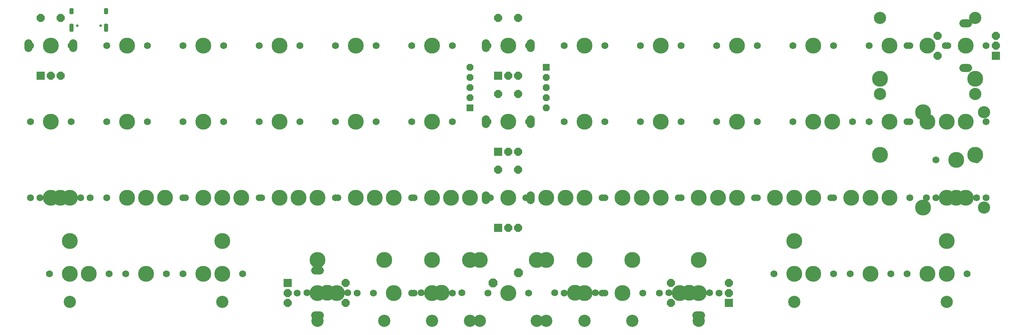
<source format=gbr>
%TF.GenerationSoftware,KiCad,Pcbnew,(7.0.0)*%
%TF.CreationDate,2023-11-20T17:19:35+01:00*%
%TF.ProjectId,alpha-curISO,616c7068-612d-4637-9572-49534f2e6b69,rev?*%
%TF.SameCoordinates,Original*%
%TF.FileFunction,Soldermask,Top*%
%TF.FilePolarity,Negative*%
%FSLAX46Y46*%
G04 Gerber Fmt 4.6, Leading zero omitted, Abs format (unit mm)*
G04 Created by KiCad (PCBNEW (7.0.0)) date 2023-11-20 17:19:35*
%MOMM*%
%LPD*%
G01*
G04 APERTURE LIST*
G04 Aperture macros list*
%AMFreePoly0*
4,1,14,0.985355,0.985355,1.000000,0.950000,1.000000,-0.950000,0.985355,-0.985355,0.950000,-1.000000,0.000000,-1.000000,-0.950000,-1.000000,-0.985355,-0.985355,-1.000000,-0.950000,-1.000000,0.950000,-0.985355,0.985355,-0.950000,1.000000,0.950000,1.000000,0.985355,0.985355,0.985355,0.985355,$1*%
%AMFreePoly1*
4,1,30,0.428858,0.985355,0.707104,0.707109,0.707107,0.707107,0.707109,0.707104,0.985356,0.428858,1.000000,0.393503,1.000000,-0.393503,0.985356,-0.428858,0.707109,-0.707104,0.707107,-0.707107,0.707104,-0.707109,0.428858,-0.985355,0.393503,-1.000000,0.000000,-1.000000,-0.393503,-1.000000,-0.428858,-0.985356,-0.707104,-0.707109,-0.707107,-0.707107,-0.707109,-0.707104,-0.985355,-0.428858,
-1.000000,-0.393503,-1.000000,0.393503,-0.985354,0.428858,-0.707111,0.707101,-0.707107,0.707107,-0.707101,0.707111,-0.428858,0.985356,-0.393503,1.000000,0.393503,1.000000,0.428858,0.985355,0.428858,0.985355,$1*%
%AMFreePoly2*
4,1,17,0.470280,1.085355,1.085355,0.470280,1.100000,0.434925,1.100000,-0.434925,1.085355,-0.470281,0.470280,-1.085355,0.434925,-1.100000,-0.434925,-1.100000,-0.470281,-1.085355,-1.085355,-0.470280,-1.100000,-0.434925,-1.100000,0.434925,-1.085355,0.470280,-0.470281,1.085355,-0.434925,1.100000,0.434925,1.100000,0.470280,1.085355,0.470280,1.085355,$1*%
%AMFreePoly3*
4,1,13,0.835355,0.835355,0.850000,0.800000,0.850000,-0.800000,0.835355,-0.835355,0.800000,-0.850000,-0.800000,-0.850000,-0.835355,-0.835355,-0.850000,-0.800000,-0.850000,0.800000,-0.835355,0.835355,-0.800000,0.850000,0.800000,0.850000,0.835355,0.835355,0.835355,0.835355,$1*%
%AMFreePoly4*
4,1,17,0.366726,0.835355,0.835355,0.366726,0.850000,0.331371,0.850000,-0.331371,0.835355,-0.366727,0.366726,-0.835355,0.331371,-0.850000,-0.331371,-0.850000,-0.366727,-0.835355,-0.835355,-0.366726,-0.850000,-0.331371,-0.850000,0.331371,-0.835355,0.366726,-0.366727,0.835355,-0.331371,0.850000,0.331371,0.850000,0.366726,0.835355,0.366726,0.835355,$1*%
%AMFreePoly5*
4,1,17,0.307538,0.785355,0.485355,0.607538,0.500000,0.572183,0.500000,-0.572183,0.485355,-0.607538,0.307538,-0.785355,0.272183,-0.800000,-0.272183,-0.800000,-0.307538,-0.785355,-0.485355,-0.607538,-0.500000,-0.572183,-0.500000,0.572183,-0.485355,0.607538,-0.307538,0.785355,-0.272183,0.800000,0.272183,0.800000,0.307538,0.785355,0.307538,0.785355,$1*%
%AMFreePoly6*
4,1,17,0.307538,1.035355,0.485355,0.857538,0.500000,0.822183,0.500000,-0.822183,0.485355,-0.857538,0.307538,-1.035355,0.272183,-1.050000,-0.272183,-1.050000,-0.307538,-1.035354,-0.485355,-0.857538,-0.500000,-0.822183,-0.500000,0.822183,-0.485355,0.857538,-0.307538,1.035355,-0.272183,1.050000,0.272183,1.050000,0.307538,1.035355,0.307538,1.035355,$1*%
G04 Aperture macros list end*
%ADD10C,1.750000*%
%ADD11C,3.987800*%
%ADD12O,2.000000X3.200000*%
%ADD13FreePoly0,90.000000*%
%ADD14FreePoly1,90.000000*%
%ADD15C,3.048000*%
%ADD16O,3.200000X2.000000*%
%ADD17FreePoly0,180.000000*%
%ADD18FreePoly1,180.000000*%
%ADD19C,4.000000*%
%ADD20FreePoly2,0.000000*%
%ADD21FreePoly0,0.000000*%
%ADD22FreePoly1,0.000000*%
%ADD23FreePoly3,0.000000*%
%ADD24FreePoly4,0.000000*%
%ADD25C,0.650000*%
%ADD26FreePoly5,0.000000*%
%ADD27FreePoly6,0.000000*%
G04 APERTURE END LIST*
D10*
%TO.C,SW30(ortho)1*%
X85407500Y-96820487D03*
D11*
X90487500Y-96820487D03*
D10*
X95567500Y-96820487D03*
%TD*%
%TO.C,SW12*%
X237807500Y-58737500D03*
D11*
X242887500Y-58737500D03*
D10*
X247967500Y-58737500D03*
%TD*%
%TO.C,SW31(ortho)1*%
X104457500Y-96820487D03*
D11*
X109537500Y-96820487D03*
D10*
X114617500Y-96820487D03*
%TD*%
%TO.C,SW43(1.75)1*%
X125902566Y-120635521D03*
D11*
X130982566Y-120635521D03*
D10*
X136062566Y-120635521D03*
%TD*%
%TO.C,SW48*%
X233045000Y-115887500D03*
D11*
X238125000Y-115887500D03*
D10*
X243205000Y-115887500D03*
%TD*%
%TO.C,SW33(1.5stagger)1*%
X152082500Y-96820487D03*
D11*
X157162500Y-96820487D03*
D10*
X162242500Y-96820487D03*
%TD*%
D12*
%TO.C,SW_rotary3*%
X142037499Y-58737499D03*
X153237499Y-58737499D03*
D13*
X145137500Y-66237500D03*
D14*
X150137500Y-66237500D03*
X147637500Y-66237500D03*
X150137500Y-51737500D03*
X145137500Y-51737500D03*
%TD*%
D11*
%TO.C,SW42(3)1*%
X100012500Y-112395000D03*
D15*
X100012500Y-127635000D03*
D10*
X113982500Y-120650000D03*
D11*
X119062500Y-120650000D03*
D10*
X124142500Y-120650000D03*
D11*
X138112500Y-112395000D03*
D15*
X138112500Y-127635000D03*
%TD*%
D10*
%TO.C,SW32(ortho)1*%
X123507500Y-96820487D03*
D11*
X128587500Y-96820487D03*
D10*
X133667500Y-96820487D03*
%TD*%
%TO.C,SW42(1)1*%
X94932500Y-120650000D03*
D11*
X100012500Y-120650000D03*
D10*
X105092500Y-120650000D03*
%TD*%
%TO.C,SW34(1.5stagger)1*%
X171132500Y-96820487D03*
D11*
X176212500Y-96820487D03*
D10*
X181292500Y-96820487D03*
%TD*%
%TO.C,SW21*%
X161607500Y-77787500D03*
D11*
X166687500Y-77787500D03*
D10*
X171767500Y-77787500D03*
%TD*%
%TO.C,SW28*%
X52070000Y-96820487D03*
D11*
X57150000Y-96820487D03*
D10*
X62230000Y-96820487D03*
%TD*%
%TO.C,SW8*%
X161607500Y-58737500D03*
D11*
X166687500Y-58737500D03*
D10*
X171767500Y-58737500D03*
%TD*%
%TO.C,SW28(1.5stagger)1*%
X56832500Y-96820487D03*
D11*
X61912500Y-96820487D03*
D10*
X66992500Y-96820487D03*
%TD*%
%TO.C,SW46(1.5)1*%
X185420000Y-120650000D03*
D11*
X190500000Y-120650000D03*
D10*
X195580000Y-120650000D03*
%TD*%
%TO.C,SW23*%
X199707500Y-77787500D03*
D11*
X204787500Y-77787500D03*
D10*
X209867500Y-77787500D03*
%TD*%
%TO.C,SW36*%
X213995000Y-96820487D03*
D11*
X219075000Y-96820487D03*
D10*
X224155000Y-96820487D03*
%TD*%
D15*
%TO.C,SW12(2)1*%
X240506250Y-51752500D03*
D11*
X240506250Y-66992500D03*
D10*
X247332500Y-58737500D03*
D11*
X252412500Y-58737500D03*
D10*
X257492500Y-58737500D03*
D15*
X264318750Y-51752500D03*
D11*
X264318750Y-66992500D03*
%TD*%
D10*
%TO.C,SW15*%
X47307500Y-77787500D03*
D11*
X52387500Y-77787500D03*
D10*
X57467500Y-77787500D03*
%TD*%
%TO.C,SW50(ortho)1*%
X142557500Y-96820487D03*
D11*
X147637500Y-96820487D03*
D10*
X152717500Y-96820487D03*
%TD*%
%TO.C,SW39(1.5)1*%
X37782500Y-115887500D03*
D11*
X42862500Y-115887500D03*
D10*
X47942500Y-115887500D03*
%TD*%
%TO.C,SW6*%
X123507500Y-58737500D03*
D11*
X128587500Y-58737500D03*
D10*
X133667500Y-58737500D03*
%TD*%
%TO.C,SW31*%
X109220000Y-96820487D03*
D11*
X114300000Y-96820487D03*
D10*
X119380000Y-96820487D03*
%TD*%
%TO.C,SW37(1.5stagger)1*%
X228282500Y-96820487D03*
D11*
X233362500Y-96820487D03*
D10*
X238442500Y-96820487D03*
%TD*%
%TO.C,SW38(1.25)1*%
X254475000Y-96820487D03*
D11*
X259555000Y-96820487D03*
D10*
X264635000Y-96820487D03*
%TD*%
%TO.C,SW47*%
X213995000Y-115887500D03*
D11*
X219075000Y-115887500D03*
D10*
X224155000Y-115887500D03*
%TD*%
%TO.C,SW26(1.5)1*%
X252095000Y-77787500D03*
D11*
X257175000Y-77787500D03*
D10*
X262255000Y-77787500D03*
%TD*%
%TO.C,SW46(1)1*%
X190182500Y-120650000D03*
D11*
X195262500Y-120650000D03*
D10*
X200342500Y-120650000D03*
%TD*%
%TO.C,SW1*%
X28257500Y-58737500D03*
D11*
X33337500Y-58737500D03*
D10*
X38417500Y-58737500D03*
%TD*%
D11*
%TO.C,SW26(ISO)1*%
X251301250Y-75374500D03*
X251301250Y-99250500D03*
D10*
X254476250Y-87312500D03*
D11*
X259556250Y-87312500D03*
D10*
X264636250Y-87312500D03*
D15*
X266541250Y-75374500D03*
X266541250Y-99250500D03*
%TD*%
D10*
%TO.C,SW37(ortho)1*%
X237807500Y-96820487D03*
D11*
X242887500Y-96820487D03*
D10*
X247967500Y-96820487D03*
%TD*%
%TO.C,SW41(1.5)1*%
X66357500Y-115887500D03*
D11*
X71437500Y-115887500D03*
D10*
X76517500Y-115887500D03*
%TD*%
%TO.C,SW27(ortho)1*%
X28257500Y-96820487D03*
D11*
X33337500Y-96820487D03*
D10*
X38417500Y-96820487D03*
%TD*%
%TO.C,SW38(1.5)1*%
X252095000Y-96820487D03*
D11*
X257175000Y-96820487D03*
D10*
X262255000Y-96820487D03*
%TD*%
D16*
%TO.C,SW_rotary2*%
X261937499Y-64337499D03*
X261937499Y-53137499D03*
D17*
X269437500Y-61237500D03*
D18*
X269437500Y-56237500D03*
X269437500Y-58737500D03*
X254937500Y-56237500D03*
X254937500Y-61237500D03*
%TD*%
D16*
%TO.C,SW_rotary6*%
X195262499Y-126249999D03*
D17*
X202762500Y-123150000D03*
D18*
X202762500Y-118150000D03*
X202762500Y-120650000D03*
X188262500Y-118150000D03*
X188262500Y-123150000D03*
%TD*%
D10*
%TO.C,SW9*%
X180657500Y-58737500D03*
D11*
X185737500Y-58737500D03*
D10*
X190817500Y-58737500D03*
%TD*%
%TO.C,SW33*%
X156845000Y-96820487D03*
D11*
X161925000Y-96820487D03*
D10*
X167005000Y-96820487D03*
%TD*%
D11*
%TO.C,SW43(2)1*%
X116681250Y-112395000D03*
D15*
X116681250Y-127635000D03*
D10*
X123507500Y-120650000D03*
D11*
X128587500Y-120650000D03*
D10*
X133667500Y-120650000D03*
D11*
X140493750Y-112395000D03*
D15*
X140493750Y-127635000D03*
%TD*%
D11*
%TO.C,SW44(4)1*%
X116649500Y-112395000D03*
D15*
X116649500Y-127635000D03*
D19*
X147637500Y-120650000D03*
D11*
X178625500Y-112420400D03*
D15*
X178625500Y-127660400D03*
D20*
X143827500Y-118110000D03*
X150177500Y-115570000D03*
%TD*%
D10*
%TO.C,SW33(ortho)1*%
X161607500Y-96820487D03*
D11*
X166687500Y-96820487D03*
D10*
X171767500Y-96820487D03*
%TD*%
%TO.C,SW10*%
X199707500Y-58737500D03*
D11*
X204787500Y-58737500D03*
D10*
X209867500Y-58737500D03*
%TD*%
%TO.C,SW18*%
X104457500Y-77787500D03*
D11*
X109537500Y-77787500D03*
D10*
X114617500Y-77787500D03*
%TD*%
%TO.C,SW34(ortho)1*%
X180657500Y-96820487D03*
D11*
X185737500Y-96820487D03*
D10*
X190817500Y-96820487D03*
%TD*%
%TO.C,SW36(ortho)1*%
X218757500Y-96820487D03*
D11*
X223837500Y-96820487D03*
D10*
X228917500Y-96820487D03*
%TD*%
D16*
%TO.C,SW_rotary5*%
X100012499Y-115049999D03*
X100012499Y-126249999D03*
D21*
X92512500Y-118150000D03*
D22*
X92512500Y-123150000D03*
X92512500Y-120650000D03*
X107012500Y-123150000D03*
X107012500Y-118150000D03*
%TD*%
D10*
%TO.C,SW2*%
X47307500Y-58737500D03*
D11*
X52387500Y-58737500D03*
D10*
X57467500Y-58737500D03*
%TD*%
%TO.C,SW38(ortho)1*%
X256857500Y-96820487D03*
D11*
X261937500Y-96820487D03*
D10*
X267017500Y-96820487D03*
%TD*%
%TO.C,SW49(1.5)1*%
X247332500Y-115887500D03*
D11*
X252412500Y-115887500D03*
D10*
X257492500Y-115887500D03*
%TD*%
%TO.C,SW34*%
X175895000Y-96820487D03*
D11*
X180975000Y-96820487D03*
D10*
X186055000Y-96820487D03*
%TD*%
%TO.C,SW4*%
X85407500Y-58737500D03*
D11*
X90487500Y-58737500D03*
D10*
X95567500Y-58737500D03*
%TD*%
%TO.C,SW13*%
X256857500Y-58737500D03*
D11*
X261937500Y-58737500D03*
D10*
X267017500Y-58737500D03*
%TD*%
%TO.C,SW35(ortho)1*%
X199707500Y-96820487D03*
D11*
X204787500Y-96820487D03*
D10*
X209867500Y-96820487D03*
%TD*%
%TO.C,SW32*%
X128270000Y-96820487D03*
D11*
X133350000Y-96820487D03*
D10*
X138430000Y-96820487D03*
%TD*%
%TO.C,SW29(ortho)1*%
X66357500Y-96820487D03*
D11*
X71437500Y-96820487D03*
D10*
X76517500Y-96820487D03*
%TD*%
%TO.C,SW30(1.5stagger)1*%
X94932500Y-96820487D03*
D11*
X100012500Y-96820487D03*
D10*
X105092500Y-96820487D03*
%TD*%
%TO.C,SW29(1.5stagger)1*%
X75882500Y-96820487D03*
D11*
X80962500Y-96820487D03*
D10*
X86042500Y-96820487D03*
%TD*%
D11*
%TO.C,SW45(2)1*%
X154781250Y-112395000D03*
D15*
X154781250Y-127635000D03*
D10*
X161607500Y-120650000D03*
D11*
X166687500Y-120650000D03*
D10*
X171767500Y-120650000D03*
D11*
X178593750Y-112395000D03*
D15*
X178593750Y-127635000D03*
%TD*%
D10*
%TO.C,SW46(1.25)1*%
X187815066Y-120635521D03*
D11*
X192895066Y-120635521D03*
D10*
X197975066Y-120635521D03*
%TD*%
%TO.C,SW16*%
X66357500Y-77787500D03*
D11*
X71437500Y-77787500D03*
D10*
X76517500Y-77787500D03*
%TD*%
%TO.C,SW25*%
X237807500Y-77787500D03*
D11*
X242887500Y-77787500D03*
D10*
X247967500Y-77787500D03*
%TD*%
D11*
%TO.C,SW46(3)1*%
X157162500Y-112395000D03*
D15*
X157162500Y-127635000D03*
D10*
X171132500Y-120650000D03*
D11*
X176212500Y-120650000D03*
D10*
X181292500Y-120650000D03*
D11*
X195262500Y-112395000D03*
D15*
X195262500Y-127635000D03*
%TD*%
D10*
%TO.C,SW39*%
X33020000Y-115887500D03*
D11*
X38100000Y-115887500D03*
D10*
X43180000Y-115887500D03*
%TD*%
%TO.C,SW19*%
X123507500Y-77787500D03*
D11*
X128587500Y-77787500D03*
D10*
X133667500Y-77787500D03*
%TD*%
D23*
%TO.C,J2*%
X157162500Y-64135000D03*
D24*
X157162500Y-66675000D03*
X157162500Y-69215000D03*
X157162500Y-71755000D03*
X157162500Y-74295000D03*
%TD*%
D11*
%TO.C,SW44(6)1*%
X100012500Y-112395000D03*
D15*
X100012500Y-127635000D03*
D10*
X142557500Y-120650000D03*
D11*
X147637500Y-120650000D03*
D10*
X152717500Y-120650000D03*
D11*
X195262500Y-112395000D03*
D15*
X195262500Y-127635000D03*
%TD*%
D10*
%TO.C,SW35*%
X194945000Y-96820487D03*
D11*
X200025000Y-96820487D03*
D10*
X205105000Y-96820487D03*
%TD*%
%TO.C,SW37*%
X233045000Y-96820487D03*
D11*
X238125000Y-96820487D03*
D10*
X243205000Y-96820487D03*
%TD*%
%TO.C,SW20*%
X142557500Y-77787500D03*
D11*
X147637500Y-77787500D03*
D10*
X152717500Y-77787500D03*
%TD*%
%TO.C,SW11*%
X218757500Y-58737500D03*
D11*
X223837500Y-58737500D03*
D10*
X228917500Y-58737500D03*
%TD*%
%TO.C,SW24(1.5)1*%
X223520000Y-77787500D03*
D11*
X228600000Y-77787500D03*
D10*
X233680000Y-77787500D03*
%TD*%
%TO.C,SW7*%
X142557500Y-58737500D03*
D11*
X147637500Y-58737500D03*
D10*
X152717500Y-58737500D03*
%TD*%
%TO.C,SW40*%
X52070000Y-115887500D03*
D11*
X57150000Y-115887500D03*
D10*
X62230000Y-115887500D03*
%TD*%
D15*
%TO.C,SW26(2)1*%
X240506250Y-70802500D03*
D11*
X240506250Y-86042500D03*
D10*
X247332500Y-77787500D03*
D11*
X252412500Y-77787500D03*
D10*
X257492500Y-77787500D03*
D15*
X264318750Y-70802500D03*
D11*
X264318750Y-86042500D03*
%TD*%
%TO.C,SW48(3)1*%
X219075000Y-107632500D03*
D15*
X219075000Y-122872500D03*
D10*
X233045000Y-115887500D03*
D11*
X238125000Y-115887500D03*
D10*
X243205000Y-115887500D03*
D11*
X257175000Y-107632500D03*
D15*
X257175000Y-122872500D03*
%TD*%
D12*
%TO.C,SW_rotary1*%
X27737499Y-58737499D03*
X38937499Y-58737499D03*
D13*
X30837500Y-66237500D03*
D14*
X35837500Y-66237500D03*
X33337500Y-66237500D03*
X35837500Y-51737500D03*
X30837500Y-51737500D03*
%TD*%
D12*
%TO.C,SW_rotary4*%
X142037499Y-77787499D03*
X153237499Y-77787499D03*
D13*
X145137500Y-85287500D03*
D14*
X150137500Y-85287500D03*
X147637500Y-85287500D03*
X150137500Y-70787500D03*
X145137500Y-70787500D03*
%TD*%
D10*
%TO.C,SW36(1.5stagger)1*%
X209232500Y-96820487D03*
D11*
X214312500Y-96820487D03*
D10*
X219392500Y-96820487D03*
%TD*%
%TO.C,SW5*%
X104457500Y-58737500D03*
D11*
X109537500Y-58737500D03*
D10*
X114617500Y-58737500D03*
%TD*%
D11*
%TO.C,SW44(3)1*%
X128587500Y-112395000D03*
D15*
X128587500Y-127635000D03*
D10*
X142557500Y-120650000D03*
D11*
X147637500Y-120650000D03*
D10*
X152717500Y-120650000D03*
D11*
X166687500Y-112395000D03*
D15*
X166687500Y-127635000D03*
%TD*%
D12*
%TO.C,SW_rotary7*%
X142037499Y-96820486D03*
X153237499Y-96820486D03*
D13*
X145137500Y-104320487D03*
D14*
X150137500Y-104320487D03*
X147637500Y-104320487D03*
X150137500Y-89820487D03*
X145137500Y-89820487D03*
%TD*%
D10*
%TO.C,SW22*%
X180657500Y-77787500D03*
D11*
X185737500Y-77787500D03*
D10*
X190817500Y-77787500D03*
%TD*%
%TO.C,SW27(1.5)1*%
X33020000Y-96820487D03*
D11*
X38100000Y-96820487D03*
D10*
X43180000Y-96820487D03*
%TD*%
%TO.C,SW42(1.25)1*%
X97327566Y-120635521D03*
D11*
X102407566Y-120635521D03*
D10*
X107487566Y-120635521D03*
%TD*%
%TO.C,SW42(1.5)1*%
X99695000Y-120650000D03*
D11*
X104775000Y-120650000D03*
D10*
X109855000Y-120650000D03*
%TD*%
%TO.C,SW27(1.25)1*%
X30640000Y-96820487D03*
D11*
X35720000Y-96820487D03*
D10*
X40800000Y-96820487D03*
%TD*%
%TO.C,SW49*%
X252095000Y-115887500D03*
D11*
X257175000Y-115887500D03*
D10*
X262255000Y-115887500D03*
%TD*%
%TO.C,SW26*%
X256857500Y-77787500D03*
D11*
X261937500Y-77787500D03*
D10*
X267017500Y-77787500D03*
%TD*%
%TO.C,SW28(ortho)1*%
X47307500Y-96820487D03*
D11*
X52387500Y-96820487D03*
D10*
X57467500Y-96820487D03*
%TD*%
%TO.C,SW24*%
X218757500Y-77787500D03*
D11*
X223837500Y-77787500D03*
D10*
X228917500Y-77787500D03*
%TD*%
%TO.C,SW17*%
X85407500Y-77787500D03*
D11*
X90487500Y-77787500D03*
D10*
X95567500Y-77787500D03*
%TD*%
D11*
%TO.C,SW40(3)1*%
X38100000Y-107632500D03*
D15*
X38100000Y-122872500D03*
D10*
X52070000Y-115887500D03*
D11*
X57150000Y-115887500D03*
D10*
X62230000Y-115887500D03*
D11*
X76200000Y-107632500D03*
D15*
X76200000Y-122872500D03*
%TD*%
D10*
%TO.C,SW3*%
X66357500Y-58737500D03*
D11*
X71437500Y-58737500D03*
D10*
X76517500Y-58737500D03*
%TD*%
%TO.C,SW45(1.75)1*%
X159240066Y-120635521D03*
D11*
X164320066Y-120635521D03*
D10*
X169400066Y-120635521D03*
%TD*%
%TO.C,SW14*%
X28257500Y-77787500D03*
D11*
X33337500Y-77787500D03*
D10*
X38417500Y-77787500D03*
%TD*%
%TO.C,SW41*%
X71120000Y-115887500D03*
D11*
X76200000Y-115887500D03*
D10*
X81280000Y-115887500D03*
%TD*%
%TO.C,SW47(1.5)1*%
X218757500Y-115887500D03*
D11*
X223837500Y-115887500D03*
D10*
X228917500Y-115887500D03*
%TD*%
%TO.C,SW35(1.5stagger)1*%
X190182500Y-96820487D03*
D11*
X195262500Y-96820487D03*
D10*
X200342500Y-96820487D03*
%TD*%
%TO.C,SW30*%
X90170000Y-96820487D03*
D11*
X95250000Y-96820487D03*
D10*
X100330000Y-96820487D03*
%TD*%
%TO.C,SW32(1.5stagger)1*%
X133032500Y-96820487D03*
D11*
X138112500Y-96820487D03*
D10*
X143192500Y-96820487D03*
%TD*%
%TO.C,SW31(1.5stagger)1*%
X113982500Y-96820487D03*
D11*
X119062500Y-96820487D03*
D10*
X124142500Y-96820487D03*
%TD*%
%TO.C,SW29*%
X71120000Y-96820487D03*
D11*
X76200000Y-96820487D03*
D10*
X81280000Y-96820487D03*
%TD*%
D25*
%TO.C,USB1*%
X39972500Y-53686838D03*
X45752500Y-53686838D03*
D26*
X38542500Y-50036838D03*
D27*
X38542500Y-54216838D03*
D26*
X47182500Y-50036838D03*
D27*
X47182500Y-54216838D03*
%TD*%
D23*
%TO.C,J1*%
X138074000Y-74265000D03*
D24*
X138074000Y-71725000D03*
X138074000Y-69185000D03*
X138074000Y-66645000D03*
X138074000Y-64105000D03*
%TD*%
M02*

</source>
